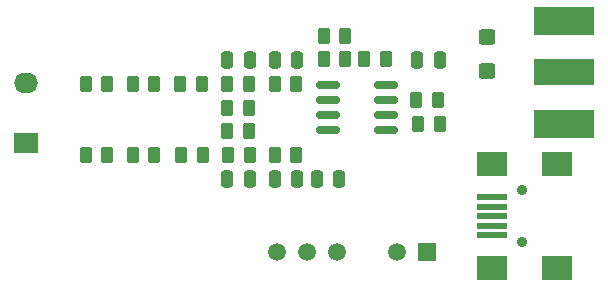
<source format=gbr>
%TF.GenerationSoftware,KiCad,Pcbnew,8.0.6*%
%TF.CreationDate,2025-02-18T13:58:57+01:00*%
%TF.ProjectId,DifferentialProbe,44696666-6572-4656-9e74-69616c50726f,rev?*%
%TF.SameCoordinates,Original*%
%TF.FileFunction,Soldermask,Top*%
%TF.FilePolarity,Negative*%
%FSLAX46Y46*%
G04 Gerber Fmt 4.6, Leading zero omitted, Abs format (unit mm)*
G04 Created by KiCad (PCBNEW 8.0.6) date 2025-02-18 13:58:57*
%MOMM*%
%LPD*%
G01*
G04 APERTURE LIST*
G04 Aperture macros list*
%AMRoundRect*
0 Rectangle with rounded corners*
0 $1 Rounding radius*
0 $2 $3 $4 $5 $6 $7 $8 $9 X,Y pos of 4 corners*
0 Add a 4 corners polygon primitive as box body*
4,1,4,$2,$3,$4,$5,$6,$7,$8,$9,$2,$3,0*
0 Add four circle primitives for the rounded corners*
1,1,$1+$1,$2,$3*
1,1,$1+$1,$4,$5*
1,1,$1+$1,$6,$7*
1,1,$1+$1,$8,$9*
0 Add four rect primitives between the rounded corners*
20,1,$1+$1,$2,$3,$4,$5,0*
20,1,$1+$1,$4,$5,$6,$7,0*
20,1,$1+$1,$6,$7,$8,$9,0*
20,1,$1+$1,$8,$9,$2,$3,0*%
G04 Aperture macros list end*
%ADD10RoundRect,0.250000X-0.262500X-0.450000X0.262500X-0.450000X0.262500X0.450000X-0.262500X0.450000X0*%
%ADD11R,5.080000X2.290000*%
%ADD12R,5.080000X2.420000*%
%ADD13C,0.900000*%
%ADD14R,2.500000X0.500000*%
%ADD15R,2.500000X2.000000*%
%ADD16RoundRect,0.250000X0.262500X0.450000X-0.262500X0.450000X-0.262500X-0.450000X0.262500X-0.450000X0*%
%ADD17RoundRect,0.150000X-0.825000X-0.150000X0.825000X-0.150000X0.825000X0.150000X-0.825000X0.150000X0*%
%ADD18RoundRect,0.250000X-0.250000X-0.475000X0.250000X-0.475000X0.250000X0.475000X-0.250000X0.475000X0*%
%ADD19RoundRect,0.250000X0.450000X-0.400000X0.450000X0.400000X-0.450000X0.400000X-0.450000X-0.400000X0*%
%ADD20R,2.030000X1.730000*%
%ADD21O,2.030000X1.730000*%
%ADD22RoundRect,0.250000X0.250000X0.475000X-0.250000X0.475000X-0.250000X-0.475000X0.250000X-0.475000X0*%
%ADD23R,1.500000X1.500000*%
%ADD24C,1.500000*%
G04 APERTURE END LIST*
D10*
%TO.C,R13*%
X123600000Y-85865000D03*
X125425000Y-85865000D03*
%TD*%
D11*
%TO.C,J1*%
X140500000Y-87000000D03*
D12*
X140500000Y-91380000D03*
X140500000Y-82620000D03*
%TD*%
D13*
%TO.C,J3*%
X136975000Y-101400000D03*
X136975000Y-97000000D03*
D14*
X134375000Y-100800000D03*
X134375000Y-100000000D03*
X134375000Y-99200000D03*
X134375000Y-98400000D03*
X134375000Y-97600000D03*
D15*
X134375000Y-103600000D03*
X139875000Y-103600000D03*
X134375000Y-94800000D03*
X139875000Y-94800000D03*
%TD*%
D16*
%TO.C,R17*%
X129975000Y-91365000D03*
X128150000Y-91365000D03*
%TD*%
D17*
%TO.C,U1*%
X120525000Y-88095000D03*
X120525000Y-89365000D03*
X120525000Y-90635000D03*
X120525000Y-91905000D03*
X125475000Y-91905000D03*
X125475000Y-90635000D03*
X125475000Y-89365000D03*
X125475000Y-88095000D03*
%TD*%
D10*
%TO.C,R6*%
X100000000Y-94000000D03*
X101825000Y-94000000D03*
%TD*%
%TO.C,R4*%
X112000000Y-88000000D03*
X113825000Y-88000000D03*
%TD*%
%TO.C,R10*%
X112000000Y-92000000D03*
X113825000Y-92000000D03*
%TD*%
%TO.C,R8*%
X108087500Y-94000000D03*
X109912500Y-94000000D03*
%TD*%
D18*
%TO.C,C4*%
X116000000Y-96000000D03*
X117900000Y-96000000D03*
%TD*%
D10*
%TO.C,R5*%
X112000000Y-90000000D03*
X113825000Y-90000000D03*
%TD*%
%TO.C,R15*%
X127975000Y-89365000D03*
X129800000Y-89365000D03*
%TD*%
%TO.C,R7*%
X104000000Y-94000000D03*
X105825000Y-94000000D03*
%TD*%
D19*
%TO.C,D1*%
X134000000Y-86900000D03*
X134000000Y-84000000D03*
%TD*%
D16*
%TO.C,R11*%
X117825000Y-88000000D03*
X116000000Y-88000000D03*
%TD*%
D10*
%TO.C,R14*%
X120150000Y-85865000D03*
X121975000Y-85865000D03*
%TD*%
D18*
%TO.C,C1*%
X112000000Y-96000000D03*
X113900000Y-96000000D03*
%TD*%
%TO.C,C10*%
X119600000Y-96000000D03*
X121500000Y-96000000D03*
%TD*%
%TO.C,C9*%
X128100000Y-86000000D03*
X130000000Y-86000000D03*
%TD*%
D10*
%TO.C,R2*%
X104000000Y-87975000D03*
X105825000Y-87975000D03*
%TD*%
D18*
%TO.C,C2*%
X112000000Y-86000000D03*
X113900000Y-86000000D03*
%TD*%
D10*
%TO.C,R12*%
X116000000Y-94000000D03*
X117825000Y-94000000D03*
%TD*%
%TO.C,R3*%
X108000000Y-88000000D03*
X109825000Y-88000000D03*
%TD*%
D20*
%TO.C,J2*%
X95000000Y-93000000D03*
D21*
X95000000Y-87920000D03*
%TD*%
D10*
%TO.C,R9*%
X112087500Y-94000000D03*
X113912500Y-94000000D03*
%TD*%
%TO.C,R16*%
X120175000Y-83900000D03*
X122000000Y-83900000D03*
%TD*%
D22*
%TO.C,C3*%
X117900000Y-86000000D03*
X116000000Y-86000000D03*
%TD*%
D10*
%TO.C,R1*%
X100000000Y-88000000D03*
X101825000Y-88000000D03*
%TD*%
D23*
%TO.C,U2*%
X128907500Y-102215000D03*
D24*
X126367500Y-102215000D03*
X121287500Y-102215000D03*
X118747500Y-102215000D03*
X116207500Y-102215000D03*
%TD*%
M02*

</source>
